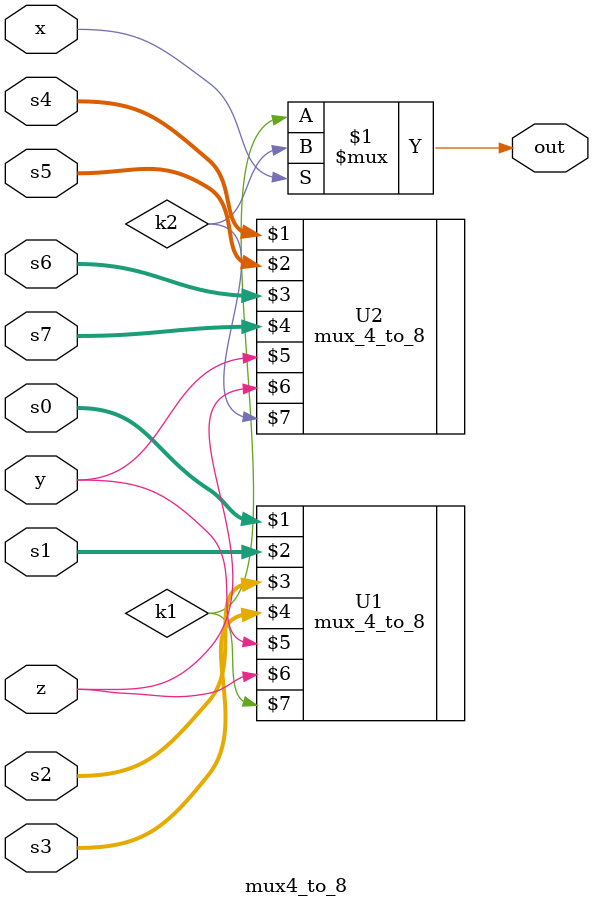
<source format=v>
`timescale 1ns / 1ps

module mux4_to_8(s0,s1,s2,s3,s4,s5,s6,s7,x,y,z,out);
    input [2:0] s0,s1,s2,s3,s4,s5,s6,s7;
    input x,y,z;
    wire k1,k2;
    output out;
    mux_4_to_8 U1(s0,s1,s2,s3,y,z,k1);
    mux_4_to_8 U2(s4,s5,s6,s7,y,z,k2);
    assign out = x ? k2:k1;
endmodule

</source>
